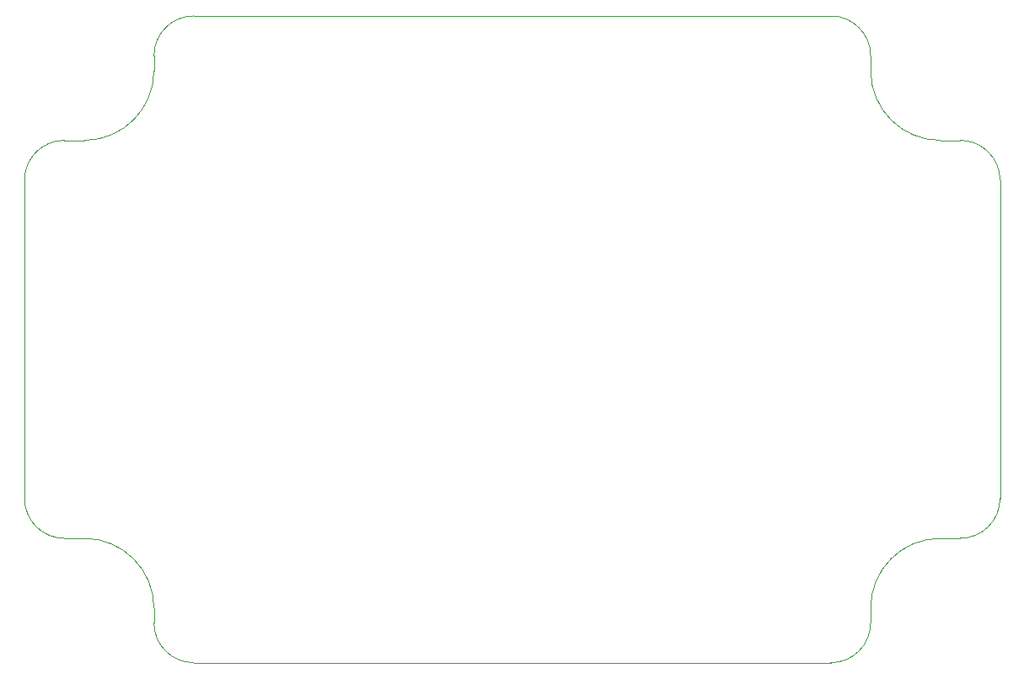
<source format=gbr>
%TF.GenerationSoftware,Altium Limited,Altium Designer,19.1.9 (167)*%
G04 Layer_Color=0*
%FSLAX26Y26*%
%MOIN*%
%TF.FileFunction,Profile,NP*%
%TF.Part,Single*%
G01*
G75*
%TA.AperFunction,Profile*%
%ADD132C,0.001000*%
D132*
X157731Y492376D02*
X236470D01*
D02*
G02*
X512061Y216786I0J-275591D01*
G01*
Y157731D01*
D02*
G03*
X669542Y250I157480J-0D01*
G01*
X3189227D01*
D02*
G03*
X3346707Y157730I-0J157480D01*
G01*
Y216785D01*
D02*
G02*
X3622297Y492376I275591J0D01*
G01*
X3701037D01*
D02*
G03*
X3858518Y649856I0J157480D01*
G01*
X3858518D01*
Y1909699D01*
X3858518D01*
D02*
G03*
X3701037Y2067179I-157480J-0D01*
G01*
X3622298D01*
D02*
G02*
X3346707Y2342770I-0J275591D01*
G01*
Y2401825D01*
X3346707Y2401825D01*
D02*
G03*
X3189227Y2559305I-157480J0D01*
G01*
X3189227Y2559305D01*
X669542D01*
D02*
G03*
X512061Y2401825I0J-157480D01*
G01*
Y2342770D01*
D02*
G02*
X236470Y2067179I-275591J0D01*
G01*
X157731D01*
D02*
G03*
X250Y1909699I-0J-157480D01*
G01*
X250D01*
Y649856D01*
X250D01*
D02*
G03*
X157731Y492376I157480J0D01*
G01*
%TF.MD5,a32f01a9e8134011088a4e7d2577707d*%
M02*

</source>
